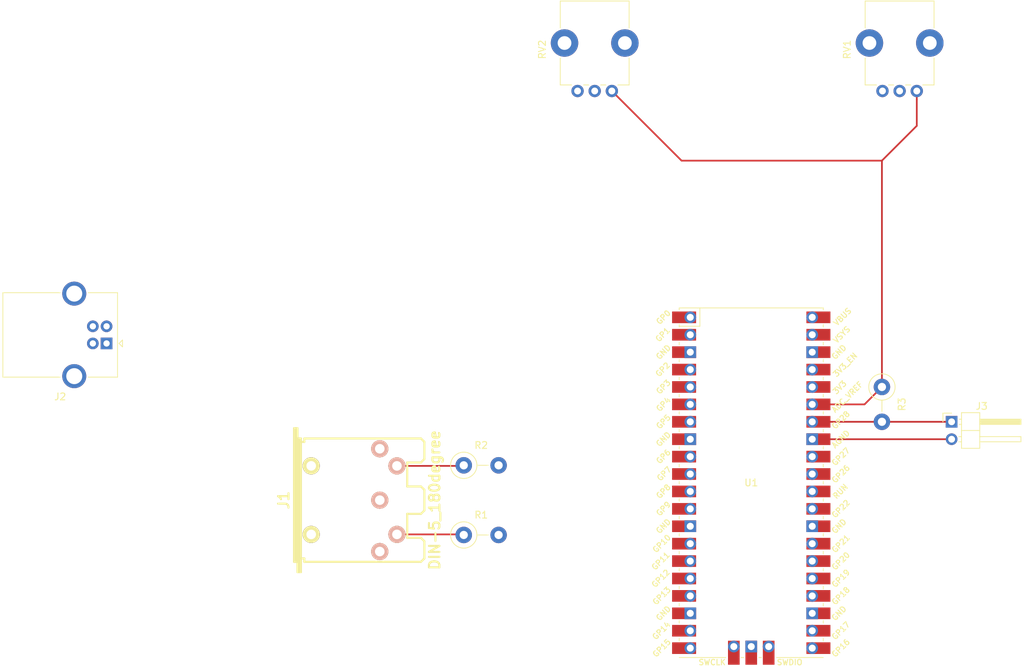
<source format=kicad_pcb>
(kicad_pcb (version 20171130) (host pcbnew 5.1.10)

  (general
    (thickness 1.6)
    (drawings 0)
    (tracks 16)
    (zones 0)
    (modules 9)
    (nets 51)
  )

  (page A4)
  (layers
    (0 F.Cu signal)
    (31 B.Cu signal)
    (32 B.Adhes user)
    (33 F.Adhes user)
    (34 B.Paste user)
    (35 F.Paste user)
    (36 B.SilkS user)
    (37 F.SilkS user)
    (38 B.Mask user)
    (39 F.Mask user)
    (40 Dwgs.User user)
    (41 Cmts.User user)
    (42 Eco1.User user)
    (43 Eco2.User user)
    (44 Edge.Cuts user)
    (45 Margin user)
    (46 B.CrtYd user)
    (47 F.CrtYd user)
    (48 B.Fab user)
    (49 F.Fab user)
  )

  (setup
    (last_trace_width 0.25)
    (trace_clearance 0.2)
    (zone_clearance 0.508)
    (zone_45_only no)
    (trace_min 0.2)
    (via_size 0.8)
    (via_drill 0.4)
    (via_min_size 0.4)
    (via_min_drill 0.3)
    (uvia_size 0.3)
    (uvia_drill 0.1)
    (uvias_allowed no)
    (uvia_min_size 0.2)
    (uvia_min_drill 0.1)
    (edge_width 0.05)
    (segment_width 0.2)
    (pcb_text_width 0.3)
    (pcb_text_size 1.5 1.5)
    (mod_edge_width 0.12)
    (mod_text_size 1 1)
    (mod_text_width 0.15)
    (pad_size 1.524 1.524)
    (pad_drill 0.762)
    (pad_to_mask_clearance 0)
    (aux_axis_origin 0 0)
    (visible_elements FFFFFF7F)
    (pcbplotparams
      (layerselection 0x010fc_ffffffff)
      (usegerberextensions false)
      (usegerberattributes true)
      (usegerberadvancedattributes true)
      (creategerberjobfile true)
      (excludeedgelayer true)
      (linewidth 0.100000)
      (plotframeref false)
      (viasonmask false)
      (mode 1)
      (useauxorigin false)
      (hpglpennumber 1)
      (hpglpenspeed 20)
      (hpglpendiameter 15.000000)
      (psnegative false)
      (psa4output false)
      (plotreference true)
      (plotvalue true)
      (plotinvisibletext false)
      (padsonsilk false)
      (subtractmaskfromsilk false)
      (outputformat 1)
      (mirror false)
      (drillshape 1)
      (scaleselection 1)
      (outputdirectory ""))
  )

  (net 0 "")
  (net 1 "Net-(J1-Pad5)")
  (net 2 "Net-(J1-Pad1)")
  (net 3 "Net-(J1-Pad2)")
  (net 4 "Net-(J1-Pad4)")
  (net 5 "Net-(J1-Pad3)")
  (net 6 "Net-(J3-Pad2)")
  (net 7 "Net-(J3-Pad1)")
  (net 8 "Net-(R1-Pad2)")
  (net 9 "Net-(R2-Pad2)")
  (net 10 "Net-(R3-Pad1)")
  (net 11 "Net-(RV1-Pad2)")
  (net 12 "Net-(RV2-Pad2)")
  (net 13 "Net-(J2-Pad5)")
  (net 14 GND)
  (net 15 "Net-(J2-Pad3)")
  (net 16 "Net-(J2-Pad2)")
  (net 17 "Net-(J2-Pad1)")
  (net 18 "Net-(U1-Pad43)")
  (net 19 "Net-(U1-Pad42)")
  (net 20 "Net-(U1-Pad41)")
  (net 21 "Net-(U1-Pad21)")
  (net 22 "Net-(U1-Pad22)")
  (net 23 "Net-(U1-Pad23)")
  (net 24 "Net-(U1-Pad24)")
  (net 25 "Net-(U1-Pad25)")
  (net 26 "Net-(U1-Pad26)")
  (net 27 "Net-(U1-Pad27)")
  (net 28 "Net-(U1-Pad28)")
  (net 29 "Net-(U1-Pad29)")
  (net 30 "Net-(U1-Pad30)")
  (net 31 "Net-(U1-Pad37)")
  (net 32 "Net-(U1-Pad39)")
  (net 33 "Net-(U1-Pad20)")
  (net 34 "Net-(U1-Pad19)")
  (net 35 "Net-(U1-Pad18)")
  (net 36 "Net-(U1-Pad17)")
  (net 37 "Net-(U1-Pad16)")
  (net 38 "Net-(U1-Pad15)")
  (net 39 "Net-(U1-Pad14)")
  (net 40 "Net-(U1-Pad13)")
  (net 41 "Net-(U1-Pad12)")
  (net 42 "Net-(U1-Pad11)")
  (net 43 "Net-(U1-Pad10)")
  (net 44 "Net-(U1-Pad9)")
  (net 45 "Net-(U1-Pad8)")
  (net 46 "Net-(U1-Pad7)")
  (net 47 "Net-(U1-Pad6)")
  (net 48 "Net-(U1-Pad5)")
  (net 49 "Net-(U1-Pad4)")
  (net 50 "Net-(U1-Pad2)")

  (net_class Default "This is the default net class."
    (clearance 0.2)
    (trace_width 0.25)
    (via_dia 0.8)
    (via_drill 0.4)
    (uvia_dia 0.3)
    (uvia_drill 0.1)
    (add_net GND)
    (add_net "Net-(J1-Pad1)")
    (add_net "Net-(J1-Pad2)")
    (add_net "Net-(J1-Pad3)")
    (add_net "Net-(J1-Pad4)")
    (add_net "Net-(J1-Pad5)")
    (add_net "Net-(J2-Pad1)")
    (add_net "Net-(J2-Pad2)")
    (add_net "Net-(J2-Pad3)")
    (add_net "Net-(J2-Pad5)")
    (add_net "Net-(J3-Pad1)")
    (add_net "Net-(J3-Pad2)")
    (add_net "Net-(R1-Pad2)")
    (add_net "Net-(R2-Pad2)")
    (add_net "Net-(R3-Pad1)")
    (add_net "Net-(RV1-Pad2)")
    (add_net "Net-(RV2-Pad2)")
    (add_net "Net-(U1-Pad10)")
    (add_net "Net-(U1-Pad11)")
    (add_net "Net-(U1-Pad12)")
    (add_net "Net-(U1-Pad13)")
    (add_net "Net-(U1-Pad14)")
    (add_net "Net-(U1-Pad15)")
    (add_net "Net-(U1-Pad16)")
    (add_net "Net-(U1-Pad17)")
    (add_net "Net-(U1-Pad18)")
    (add_net "Net-(U1-Pad19)")
    (add_net "Net-(U1-Pad2)")
    (add_net "Net-(U1-Pad20)")
    (add_net "Net-(U1-Pad21)")
    (add_net "Net-(U1-Pad22)")
    (add_net "Net-(U1-Pad23)")
    (add_net "Net-(U1-Pad24)")
    (add_net "Net-(U1-Pad25)")
    (add_net "Net-(U1-Pad26)")
    (add_net "Net-(U1-Pad27)")
    (add_net "Net-(U1-Pad28)")
    (add_net "Net-(U1-Pad29)")
    (add_net "Net-(U1-Pad30)")
    (add_net "Net-(U1-Pad37)")
    (add_net "Net-(U1-Pad39)")
    (add_net "Net-(U1-Pad4)")
    (add_net "Net-(U1-Pad41)")
    (add_net "Net-(U1-Pad42)")
    (add_net "Net-(U1-Pad43)")
    (add_net "Net-(U1-Pad5)")
    (add_net "Net-(U1-Pad6)")
    (add_net "Net-(U1-Pad7)")
    (add_net "Net-(U1-Pad8)")
    (add_net "Net-(U1-Pad9)")
  )

  (module MCU_RaspberryPi_and_Boards:RPi_Pico_SMD_TH (layer F.Cu) (tedit 5F638C80) (tstamp 611E9D1E)
    (at 137.16 76.2)
    (descr "Through hole straight pin header, 2x20, 2.54mm pitch, double rows")
    (tags "Through hole pin header THT 2x20 2.54mm double row")
    (path /611E3765)
    (fp_text reference U1 (at 0 0) (layer F.SilkS)
      (effects (font (size 1 1) (thickness 0.15)))
    )
    (fp_text value Pico (at 0 2.159) (layer F.Fab)
      (effects (font (size 1 1) (thickness 0.15)))
    )
    (fp_text user "Copper Keepouts shown on Dwgs layer" (at 0.1 -30.2) (layer Cmts.User)
      (effects (font (size 1 1) (thickness 0.15)))
    )
    (fp_text user SWDIO (at 5.6 26.2) (layer F.SilkS)
      (effects (font (size 0.8 0.8) (thickness 0.15)))
    )
    (fp_text user SWCLK (at -5.7 26.2) (layer F.SilkS)
      (effects (font (size 0.8 0.8) (thickness 0.15)))
    )
    (fp_text user AGND (at 13.054 -6.35 45) (layer F.SilkS)
      (effects (font (size 0.8 0.8) (thickness 0.15)))
    )
    (fp_text user GND (at 12.8 -19.05 45) (layer F.SilkS)
      (effects (font (size 0.8 0.8) (thickness 0.15)))
    )
    (fp_text user GND (at 12.8 6.35 45) (layer F.SilkS)
      (effects (font (size 0.8 0.8) (thickness 0.15)))
    )
    (fp_text user GND (at 12.8 19.05 45) (layer F.SilkS)
      (effects (font (size 0.8 0.8) (thickness 0.15)))
    )
    (fp_text user GND (at -12.8 19.05 45) (layer F.SilkS)
      (effects (font (size 0.8 0.8) (thickness 0.15)))
    )
    (fp_text user GND (at -12.8 6.35 45) (layer F.SilkS)
      (effects (font (size 0.8 0.8) (thickness 0.15)))
    )
    (fp_text user GND (at -12.8 -6.35 45) (layer F.SilkS)
      (effects (font (size 0.8 0.8) (thickness 0.15)))
    )
    (fp_text user GND (at -12.8 -19.05 45) (layer F.SilkS)
      (effects (font (size 0.8 0.8) (thickness 0.15)))
    )
    (fp_text user VBUS (at 13.3 -24.2 45) (layer F.SilkS)
      (effects (font (size 0.8 0.8) (thickness 0.15)))
    )
    (fp_text user VSYS (at 13.2 -21.59 45) (layer F.SilkS)
      (effects (font (size 0.8 0.8) (thickness 0.15)))
    )
    (fp_text user 3V3_EN (at 13.7 -17.2 45) (layer F.SilkS)
      (effects (font (size 0.8 0.8) (thickness 0.15)))
    )
    (fp_text user 3V3 (at 12.9 -13.9 45) (layer F.SilkS)
      (effects (font (size 0.8 0.8) (thickness 0.15)))
    )
    (fp_text user ADC_VREF (at 14 -12.5 45) (layer F.SilkS)
      (effects (font (size 0.8 0.8) (thickness 0.15)))
    )
    (fp_text user GP28 (at 13.054 -9.144 45) (layer F.SilkS)
      (effects (font (size 0.8 0.8) (thickness 0.15)))
    )
    (fp_text user GP27 (at 13.054 -3.8 45) (layer F.SilkS)
      (effects (font (size 0.8 0.8) (thickness 0.15)))
    )
    (fp_text user GP26 (at 13.054 -1.27 45) (layer F.SilkS)
      (effects (font (size 0.8 0.8) (thickness 0.15)))
    )
    (fp_text user RUN (at 13 1.27 45) (layer F.SilkS)
      (effects (font (size 0.8 0.8) (thickness 0.15)))
    )
    (fp_text user GP22 (at 13.054 3.81 45) (layer F.SilkS)
      (effects (font (size 0.8 0.8) (thickness 0.15)))
    )
    (fp_text user GP21 (at 13.054 8.9 45) (layer F.SilkS)
      (effects (font (size 0.8 0.8) (thickness 0.15)))
    )
    (fp_text user GP20 (at 13.054 11.43 45) (layer F.SilkS)
      (effects (font (size 0.8 0.8) (thickness 0.15)))
    )
    (fp_text user GP19 (at 13.054 13.97 45) (layer F.SilkS)
      (effects (font (size 0.8 0.8) (thickness 0.15)))
    )
    (fp_text user GP18 (at 13.054 16.51 45) (layer F.SilkS)
      (effects (font (size 0.8 0.8) (thickness 0.15)))
    )
    (fp_text user GP17 (at 13.054 21.59 45) (layer F.SilkS)
      (effects (font (size 0.8 0.8) (thickness 0.15)))
    )
    (fp_text user GP16 (at 13.054 24.13 45) (layer F.SilkS)
      (effects (font (size 0.8 0.8) (thickness 0.15)))
    )
    (fp_text user GP15 (at -13.054 24.13 45) (layer F.SilkS)
      (effects (font (size 0.8 0.8) (thickness 0.15)))
    )
    (fp_text user GP14 (at -13.1 21.59 45) (layer F.SilkS)
      (effects (font (size 0.8 0.8) (thickness 0.15)))
    )
    (fp_text user GP13 (at -13.054 16.51 45) (layer F.SilkS)
      (effects (font (size 0.8 0.8) (thickness 0.15)))
    )
    (fp_text user GP12 (at -13.2 13.97 45) (layer F.SilkS)
      (effects (font (size 0.8 0.8) (thickness 0.15)))
    )
    (fp_text user GP11 (at -13.2 11.43 45) (layer F.SilkS)
      (effects (font (size 0.8 0.8) (thickness 0.15)))
    )
    (fp_text user GP10 (at -13.054 8.89 45) (layer F.SilkS)
      (effects (font (size 0.8 0.8) (thickness 0.15)))
    )
    (fp_text user GP9 (at -12.8 3.81 45) (layer F.SilkS)
      (effects (font (size 0.8 0.8) (thickness 0.15)))
    )
    (fp_text user GP8 (at -12.8 1.27 45) (layer F.SilkS)
      (effects (font (size 0.8 0.8) (thickness 0.15)))
    )
    (fp_text user GP7 (at -12.7 -1.3 45) (layer F.SilkS)
      (effects (font (size 0.8 0.8) (thickness 0.15)))
    )
    (fp_text user GP6 (at -12.8 -3.81 45) (layer F.SilkS)
      (effects (font (size 0.8 0.8) (thickness 0.15)))
    )
    (fp_text user GP5 (at -12.8 -8.89 45) (layer F.SilkS)
      (effects (font (size 0.8 0.8) (thickness 0.15)))
    )
    (fp_text user GP4 (at -12.8 -11.43 45) (layer F.SilkS)
      (effects (font (size 0.8 0.8) (thickness 0.15)))
    )
    (fp_text user GP3 (at -12.8 -13.97 45) (layer F.SilkS)
      (effects (font (size 0.8 0.8) (thickness 0.15)))
    )
    (fp_text user GP0 (at -12.8 -24.13 45) (layer F.SilkS)
      (effects (font (size 0.8 0.8) (thickness 0.15)))
    )
    (fp_text user GP2 (at -12.9 -16.51 45) (layer F.SilkS)
      (effects (font (size 0.8 0.8) (thickness 0.15)))
    )
    (fp_text user GP1 (at -12.9 -21.6 45) (layer F.SilkS)
      (effects (font (size 0.8 0.8) (thickness 0.15)))
    )
    (fp_text user %R (at 0 0 180) (layer F.Fab)
      (effects (font (size 1 1) (thickness 0.15)))
    )
    (fp_line (start 1.1 25.5) (end 1.5 25.5) (layer F.SilkS) (width 0.12))
    (fp_line (start -1.5 25.5) (end -1.1 25.5) (layer F.SilkS) (width 0.12))
    (fp_line (start 10.5 25.5) (end 3.7 25.5) (layer F.SilkS) (width 0.12))
    (fp_line (start 10.5 15.1) (end 10.5 15.5) (layer F.SilkS) (width 0.12))
    (fp_line (start 10.5 7.4) (end 10.5 7.8) (layer F.SilkS) (width 0.12))
    (fp_line (start 10.5 -18) (end 10.5 -17.6) (layer F.SilkS) (width 0.12))
    (fp_line (start 10.5 -25.5) (end 10.5 -25.2) (layer F.SilkS) (width 0.12))
    (fp_line (start 10.5 -2.7) (end 10.5 -2.3) (layer F.SilkS) (width 0.12))
    (fp_line (start 10.5 12.5) (end 10.5 12.9) (layer F.SilkS) (width 0.12))
    (fp_line (start 10.5 -7.8) (end 10.5 -7.4) (layer F.SilkS) (width 0.12))
    (fp_line (start 10.5 -12.9) (end 10.5 -12.5) (layer F.SilkS) (width 0.12))
    (fp_line (start 10.5 -0.2) (end 10.5 0.2) (layer F.SilkS) (width 0.12))
    (fp_line (start 10.5 4.9) (end 10.5 5.3) (layer F.SilkS) (width 0.12))
    (fp_line (start 10.5 20.1) (end 10.5 20.5) (layer F.SilkS) (width 0.12))
    (fp_line (start 10.5 22.7) (end 10.5 23.1) (layer F.SilkS) (width 0.12))
    (fp_line (start 10.5 17.6) (end 10.5 18) (layer F.SilkS) (width 0.12))
    (fp_line (start 10.5 -15.4) (end 10.5 -15) (layer F.SilkS) (width 0.12))
    (fp_line (start 10.5 -23.1) (end 10.5 -22.7) (layer F.SilkS) (width 0.12))
    (fp_line (start 10.5 -20.5) (end 10.5 -20.1) (layer F.SilkS) (width 0.12))
    (fp_line (start 10.5 10) (end 10.5 10.4) (layer F.SilkS) (width 0.12))
    (fp_line (start 10.5 2.3) (end 10.5 2.7) (layer F.SilkS) (width 0.12))
    (fp_line (start 10.5 -5.3) (end 10.5 -4.9) (layer F.SilkS) (width 0.12))
    (fp_line (start 10.5 -10.4) (end 10.5 -10) (layer F.SilkS) (width 0.12))
    (fp_line (start -10.5 22.7) (end -10.5 23.1) (layer F.SilkS) (width 0.12))
    (fp_line (start -10.5 20.1) (end -10.5 20.5) (layer F.SilkS) (width 0.12))
    (fp_line (start -10.5 17.6) (end -10.5 18) (layer F.SilkS) (width 0.12))
    (fp_line (start -10.5 15.1) (end -10.5 15.5) (layer F.SilkS) (width 0.12))
    (fp_line (start -10.5 12.5) (end -10.5 12.9) (layer F.SilkS) (width 0.12))
    (fp_line (start -10.5 10) (end -10.5 10.4) (layer F.SilkS) (width 0.12))
    (fp_line (start -10.5 7.4) (end -10.5 7.8) (layer F.SilkS) (width 0.12))
    (fp_line (start -10.5 4.9) (end -10.5 5.3) (layer F.SilkS) (width 0.12))
    (fp_line (start -10.5 2.3) (end -10.5 2.7) (layer F.SilkS) (width 0.12))
    (fp_line (start -10.5 -0.2) (end -10.5 0.2) (layer F.SilkS) (width 0.12))
    (fp_line (start -10.5 -2.7) (end -10.5 -2.3) (layer F.SilkS) (width 0.12))
    (fp_line (start -10.5 -5.3) (end -10.5 -4.9) (layer F.SilkS) (width 0.12))
    (fp_line (start -10.5 -7.8) (end -10.5 -7.4) (layer F.SilkS) (width 0.12))
    (fp_line (start -10.5 -10.4) (end -10.5 -10) (layer F.SilkS) (width 0.12))
    (fp_line (start -10.5 -12.9) (end -10.5 -12.5) (layer F.SilkS) (width 0.12))
    (fp_line (start -10.5 -15.4) (end -10.5 -15) (layer F.SilkS) (width 0.12))
    (fp_line (start -10.5 -18) (end -10.5 -17.6) (layer F.SilkS) (width 0.12))
    (fp_line (start -10.5 -20.5) (end -10.5 -20.1) (layer F.SilkS) (width 0.12))
    (fp_line (start -10.5 -23.1) (end -10.5 -22.7) (layer F.SilkS) (width 0.12))
    (fp_line (start -10.5 -25.5) (end -10.5 -25.2) (layer F.SilkS) (width 0.12))
    (fp_line (start -7.493 -22.833) (end -7.493 -25.5) (layer F.SilkS) (width 0.12))
    (fp_line (start -10.5 -22.833) (end -7.493 -22.833) (layer F.SilkS) (width 0.12))
    (fp_line (start -3.7 25.5) (end -10.5 25.5) (layer F.SilkS) (width 0.12))
    (fp_line (start -10.5 -25.5) (end 10.5 -25.5) (layer F.SilkS) (width 0.12))
    (fp_line (start -11 26) (end -11 -26) (layer F.CrtYd) (width 0.12))
    (fp_line (start 11 26) (end -11 26) (layer F.CrtYd) (width 0.12))
    (fp_line (start 11 -26) (end 11 26) (layer F.CrtYd) (width 0.12))
    (fp_line (start -11 -26) (end 11 -26) (layer F.CrtYd) (width 0.12))
    (fp_line (start -10.5 -24.2) (end -9.2 -25.5) (layer F.Fab) (width 0.12))
    (fp_line (start -10.5 25.5) (end -10.5 -25.5) (layer F.Fab) (width 0.12))
    (fp_line (start 10.5 25.5) (end -10.5 25.5) (layer F.Fab) (width 0.12))
    (fp_line (start 10.5 -25.5) (end 10.5 25.5) (layer F.Fab) (width 0.12))
    (fp_line (start -10.5 -25.5) (end 10.5 -25.5) (layer F.Fab) (width 0.12))
    (fp_poly (pts (xy -1.5 -16.5) (xy -3.5 -16.5) (xy -3.5 -18.5) (xy -1.5 -18.5)) (layer Dwgs.User) (width 0.1))
    (fp_poly (pts (xy -1.5 -14) (xy -3.5 -14) (xy -3.5 -16) (xy -1.5 -16)) (layer Dwgs.User) (width 0.1))
    (fp_poly (pts (xy -1.5 -11.5) (xy -3.5 -11.5) (xy -3.5 -13.5) (xy -1.5 -13.5)) (layer Dwgs.User) (width 0.1))
    (fp_poly (pts (xy 3.7 -20.2) (xy -3.7 -20.2) (xy -3.7 -24.9) (xy 3.7 -24.9)) (layer Dwgs.User) (width 0.1))
    (pad 43 thru_hole oval (at 2.54 23.9) (size 1.7 1.7) (drill 1.02) (layers *.Cu *.Mask)
      (net 18 "Net-(U1-Pad43)"))
    (pad 43 smd rect (at 2.54 23.9 90) (size 3.5 1.7) (drill (offset -0.9 0)) (layers F.Cu F.Mask)
      (net 18 "Net-(U1-Pad43)"))
    (pad 42 thru_hole rect (at 0 23.9) (size 1.7 1.7) (drill 1.02) (layers *.Cu *.Mask)
      (net 19 "Net-(U1-Pad42)"))
    (pad 42 smd rect (at 0 23.9 90) (size 3.5 1.7) (drill (offset -0.9 0)) (layers F.Cu F.Mask)
      (net 19 "Net-(U1-Pad42)"))
    (pad 41 thru_hole oval (at -2.54 23.9) (size 1.7 1.7) (drill 1.02) (layers *.Cu *.Mask)
      (net 20 "Net-(U1-Pad41)"))
    (pad 41 smd rect (at -2.54 23.9 90) (size 3.5 1.7) (drill (offset -0.9 0)) (layers F.Cu F.Mask)
      (net 20 "Net-(U1-Pad41)"))
    (pad "" np_thru_hole oval (at 2.425 -20.97) (size 1.5 1.5) (drill 1.5) (layers *.Cu *.Mask))
    (pad "" np_thru_hole oval (at -2.425 -20.97) (size 1.5 1.5) (drill 1.5) (layers *.Cu *.Mask))
    (pad "" np_thru_hole oval (at 2.725 -24) (size 1.8 1.8) (drill 1.8) (layers *.Cu *.Mask))
    (pad "" np_thru_hole oval (at -2.725 -24) (size 1.8 1.8) (drill 1.8) (layers *.Cu *.Mask))
    (pad 21 smd rect (at 8.89 24.13) (size 3.5 1.7) (drill (offset 0.9 0)) (layers F.Cu F.Mask)
      (net 21 "Net-(U1-Pad21)"))
    (pad 22 smd rect (at 8.89 21.59) (size 3.5 1.7) (drill (offset 0.9 0)) (layers F.Cu F.Mask)
      (net 22 "Net-(U1-Pad22)"))
    (pad 23 smd rect (at 8.89 19.05) (size 3.5 1.7) (drill (offset 0.9 0)) (layers F.Cu F.Mask)
      (net 23 "Net-(U1-Pad23)"))
    (pad 24 smd rect (at 8.89 16.51) (size 3.5 1.7) (drill (offset 0.9 0)) (layers F.Cu F.Mask)
      (net 24 "Net-(U1-Pad24)"))
    (pad 25 smd rect (at 8.89 13.97) (size 3.5 1.7) (drill (offset 0.9 0)) (layers F.Cu F.Mask)
      (net 25 "Net-(U1-Pad25)"))
    (pad 26 smd rect (at 8.89 11.43) (size 3.5 1.7) (drill (offset 0.9 0)) (layers F.Cu F.Mask)
      (net 26 "Net-(U1-Pad26)"))
    (pad 27 smd rect (at 8.89 8.89) (size 3.5 1.7) (drill (offset 0.9 0)) (layers F.Cu F.Mask)
      (net 27 "Net-(U1-Pad27)"))
    (pad 28 smd rect (at 8.89 6.35) (size 3.5 1.7) (drill (offset 0.9 0)) (layers F.Cu F.Mask)
      (net 28 "Net-(U1-Pad28)"))
    (pad 29 smd rect (at 8.89 3.81) (size 3.5 1.7) (drill (offset 0.9 0)) (layers F.Cu F.Mask)
      (net 29 "Net-(U1-Pad29)"))
    (pad 30 smd rect (at 8.89 1.27) (size 3.5 1.7) (drill (offset 0.9 0)) (layers F.Cu F.Mask)
      (net 30 "Net-(U1-Pad30)"))
    (pad 31 smd rect (at 8.89 -1.27) (size 3.5 1.7) (drill (offset 0.9 0)) (layers F.Cu F.Mask)
      (net 12 "Net-(RV2-Pad2)"))
    (pad 32 smd rect (at 8.89 -3.81) (size 3.5 1.7) (drill (offset 0.9 0)) (layers F.Cu F.Mask)
      (net 11 "Net-(RV1-Pad2)"))
    (pad 33 smd rect (at 8.89 -6.35) (size 3.5 1.7) (drill (offset 0.9 0)) (layers F.Cu F.Mask)
      (net 6 "Net-(J3-Pad2)"))
    (pad 34 smd rect (at 8.89 -8.89) (size 3.5 1.7) (drill (offset 0.9 0)) (layers F.Cu F.Mask)
      (net 7 "Net-(J3-Pad1)"))
    (pad 35 smd rect (at 8.89 -11.43) (size 3.5 1.7) (drill (offset 0.9 0)) (layers F.Cu F.Mask)
      (net 10 "Net-(R3-Pad1)"))
    (pad 36 smd rect (at 8.89 -13.97) (size 3.5 1.7) (drill (offset 0.9 0)) (layers F.Cu F.Mask)
      (net 8 "Net-(R1-Pad2)"))
    (pad 37 smd rect (at 8.89 -16.51) (size 3.5 1.7) (drill (offset 0.9 0)) (layers F.Cu F.Mask)
      (net 31 "Net-(U1-Pad37)"))
    (pad 38 smd rect (at 8.89 -19.05) (size 3.5 1.7) (drill (offset 0.9 0)) (layers F.Cu F.Mask)
      (net 14 GND))
    (pad 39 smd rect (at 8.89 -21.59) (size 3.5 1.7) (drill (offset 0.9 0)) (layers F.Cu F.Mask)
      (net 32 "Net-(U1-Pad39)"))
    (pad 40 smd rect (at 8.89 -24.13) (size 3.5 1.7) (drill (offset 0.9 0)) (layers F.Cu F.Mask)
      (net 17 "Net-(J2-Pad1)"))
    (pad 20 smd rect (at -8.89 24.13) (size 3.5 1.7) (drill (offset -0.9 0)) (layers F.Cu F.Mask)
      (net 33 "Net-(U1-Pad20)"))
    (pad 19 smd rect (at -8.89 21.59) (size 3.5 1.7) (drill (offset -0.9 0)) (layers F.Cu F.Mask)
      (net 34 "Net-(U1-Pad19)"))
    (pad 18 smd rect (at -8.89 19.05) (size 3.5 1.7) (drill (offset -0.9 0)) (layers F.Cu F.Mask)
      (net 35 "Net-(U1-Pad18)"))
    (pad 17 smd rect (at -8.89 16.51) (size 3.5 1.7) (drill (offset -0.9 0)) (layers F.Cu F.Mask)
      (net 36 "Net-(U1-Pad17)"))
    (pad 16 smd rect (at -8.89 13.97) (size 3.5 1.7) (drill (offset -0.9 0)) (layers F.Cu F.Mask)
      (net 37 "Net-(U1-Pad16)"))
    (pad 15 smd rect (at -8.89 11.43) (size 3.5 1.7) (drill (offset -0.9 0)) (layers F.Cu F.Mask)
      (net 38 "Net-(U1-Pad15)"))
    (pad 14 smd rect (at -8.89 8.89) (size 3.5 1.7) (drill (offset -0.9 0)) (layers F.Cu F.Mask)
      (net 39 "Net-(U1-Pad14)"))
    (pad 13 smd rect (at -8.89 6.35) (size 3.5 1.7) (drill (offset -0.9 0)) (layers F.Cu F.Mask)
      (net 40 "Net-(U1-Pad13)"))
    (pad 12 smd rect (at -8.89 3.81) (size 3.5 1.7) (drill (offset -0.9 0)) (layers F.Cu F.Mask)
      (net 41 "Net-(U1-Pad12)"))
    (pad 11 smd rect (at -8.89 1.27) (size 3.5 1.7) (drill (offset -0.9 0)) (layers F.Cu F.Mask)
      (net 42 "Net-(U1-Pad11)"))
    (pad 10 smd rect (at -8.89 -1.27) (size 3.5 1.7) (drill (offset -0.9 0)) (layers F.Cu F.Mask)
      (net 43 "Net-(U1-Pad10)"))
    (pad 9 smd rect (at -8.89 -3.81) (size 3.5 1.7) (drill (offset -0.9 0)) (layers F.Cu F.Mask)
      (net 44 "Net-(U1-Pad9)"))
    (pad 8 smd rect (at -8.89 -6.35) (size 3.5 1.7) (drill (offset -0.9 0)) (layers F.Cu F.Mask)
      (net 45 "Net-(U1-Pad8)"))
    (pad 7 smd rect (at -8.89 -8.89) (size 3.5 1.7) (drill (offset -0.9 0)) (layers F.Cu F.Mask)
      (net 46 "Net-(U1-Pad7)"))
    (pad 6 smd rect (at -8.89 -11.43) (size 3.5 1.7) (drill (offset -0.9 0)) (layers F.Cu F.Mask)
      (net 47 "Net-(U1-Pad6)"))
    (pad 5 smd rect (at -8.89 -13.97) (size 3.5 1.7) (drill (offset -0.9 0)) (layers F.Cu F.Mask)
      (net 48 "Net-(U1-Pad5)"))
    (pad 4 smd rect (at -8.89 -16.51) (size 3.5 1.7) (drill (offset -0.9 0)) (layers F.Cu F.Mask)
      (net 49 "Net-(U1-Pad4)"))
    (pad 3 smd rect (at -8.89 -19.05) (size 3.5 1.7) (drill (offset -0.9 0)) (layers F.Cu F.Mask)
      (net 3 "Net-(J1-Pad2)"))
    (pad 2 smd rect (at -8.89 -21.59) (size 3.5 1.7) (drill (offset -0.9 0)) (layers F.Cu F.Mask)
      (net 50 "Net-(U1-Pad2)"))
    (pad 1 smd rect (at -8.89 -24.13) (size 3.5 1.7) (drill (offset -0.9 0)) (layers F.Cu F.Mask)
      (net 9 "Net-(R2-Pad2)"))
    (pad 40 thru_hole oval (at 8.89 -24.13) (size 1.7 1.7) (drill 1.02) (layers *.Cu *.Mask)
      (net 17 "Net-(J2-Pad1)"))
    (pad 39 thru_hole oval (at 8.89 -21.59) (size 1.7 1.7) (drill 1.02) (layers *.Cu *.Mask)
      (net 32 "Net-(U1-Pad39)"))
    (pad 38 thru_hole rect (at 8.89 -19.05) (size 1.7 1.7) (drill 1.02) (layers *.Cu *.Mask)
      (net 14 GND))
    (pad 37 thru_hole oval (at 8.89 -16.51) (size 1.7 1.7) (drill 1.02) (layers *.Cu *.Mask)
      (net 31 "Net-(U1-Pad37)"))
    (pad 36 thru_hole oval (at 8.89 -13.97) (size 1.7 1.7) (drill 1.02) (layers *.Cu *.Mask)
      (net 8 "Net-(R1-Pad2)"))
    (pad 35 thru_hole oval (at 8.89 -11.43) (size 1.7 1.7) (drill 1.02) (layers *.Cu *.Mask)
      (net 10 "Net-(R3-Pad1)"))
    (pad 34 thru_hole oval (at 8.89 -8.89) (size 1.7 1.7) (drill 1.02) (layers *.Cu *.Mask)
      (net 7 "Net-(J3-Pad1)"))
    (pad 33 thru_hole rect (at 8.89 -6.35) (size 1.7 1.7) (drill 1.02) (layers *.Cu *.Mask)
      (net 6 "Net-(J3-Pad2)"))
    (pad 32 thru_hole oval (at 8.89 -3.81) (size 1.7 1.7) (drill 1.02) (layers *.Cu *.Mask)
      (net 11 "Net-(RV1-Pad2)"))
    (pad 31 thru_hole oval (at 8.89 -1.27) (size 1.7 1.7) (drill 1.02) (layers *.Cu *.Mask)
      (net 12 "Net-(RV2-Pad2)"))
    (pad 30 thru_hole oval (at 8.89 1.27) (size 1.7 1.7) (drill 1.02) (layers *.Cu *.Mask)
      (net 30 "Net-(U1-Pad30)"))
    (pad 29 thru_hole oval (at 8.89 3.81) (size 1.7 1.7) (drill 1.02) (layers *.Cu *.Mask)
      (net 29 "Net-(U1-Pad29)"))
    (pad 28 thru_hole rect (at 8.89 6.35) (size 1.7 1.7) (drill 1.02) (layers *.Cu *.Mask)
      (net 28 "Net-(U1-Pad28)"))
    (pad 27 thru_hole oval (at 8.89 8.89) (size 1.7 1.7) (drill 1.02) (layers *.Cu *.Mask)
      (net 27 "Net-(U1-Pad27)"))
    (pad 26 thru_hole oval (at 8.89 11.43) (size 1.7 1.7) (drill 1.02) (layers *.Cu *.Mask)
      (net 26 "Net-(U1-Pad26)"))
    (pad 25 thru_hole oval (at 8.89 13.97) (size 1.7 1.7) (drill 1.02) (layers *.Cu *.Mask)
      (net 25 "Net-(U1-Pad25)"))
    (pad 24 thru_hole oval (at 8.89 16.51) (size 1.7 1.7) (drill 1.02) (layers *.Cu *.Mask)
      (net 24 "Net-(U1-Pad24)"))
    (pad 23 thru_hole rect (at 8.89 19.05) (size 1.7 1.7) (drill 1.02) (layers *.Cu *.Mask)
      (net 23 "Net-(U1-Pad23)"))
    (pad 22 thru_hole oval (at 8.89 21.59) (size 1.7 1.7) (drill 1.02) (layers *.Cu *.Mask)
      (net 22 "Net-(U1-Pad22)"))
    (pad 21 thru_hole oval (at 8.89 24.13) (size 1.7 1.7) (drill 1.02) (layers *.Cu *.Mask)
      (net 21 "Net-(U1-Pad21)"))
    (pad 20 thru_hole oval (at -8.89 24.13) (size 1.7 1.7) (drill 1.02) (layers *.Cu *.Mask)
      (net 33 "Net-(U1-Pad20)"))
    (pad 19 thru_hole oval (at -8.89 21.59) (size 1.7 1.7) (drill 1.02) (layers *.Cu *.Mask)
      (net 34 "Net-(U1-Pad19)"))
    (pad 18 thru_hole rect (at -8.89 19.05) (size 1.7 1.7) (drill 1.02) (layers *.Cu *.Mask)
      (net 35 "Net-(U1-Pad18)"))
    (pad 17 thru_hole oval (at -8.89 16.51) (size 1.7 1.7) (drill 1.02) (layers *.Cu *.Mask)
      (net 36 "Net-(U1-Pad17)"))
    (pad 16 thru_hole oval (at -8.89 13.97) (size 1.7 1.7) (drill 1.02) (layers *.Cu *.Mask)
      (net 37 "Net-(U1-Pad16)"))
    (pad 15 thru_hole oval (at -8.89 11.43) (size 1.7 1.7) (drill 1.02) (layers *.Cu *.Mask)
      (net 38 "Net-(U1-Pad15)"))
    (pad 14 thru_hole oval (at -8.89 8.89) (size 1.7 1.7) (drill 1.02) (layers *.Cu *.Mask)
      (net 39 "Net-(U1-Pad14)"))
    (pad 13 thru_hole rect (at -8.89 6.35) (size 1.7 1.7) (drill 1.02) (layers *.Cu *.Mask)
      (net 40 "Net-(U1-Pad13)"))
    (pad 12 thru_hole oval (at -8.89 3.81) (size 1.7 1.7) (drill 1.02) (layers *.Cu *.Mask)
      (net 41 "Net-(U1-Pad12)"))
    (pad 11 thru_hole oval (at -8.89 1.27) (size 1.7 1.7) (drill 1.02) (layers *.Cu *.Mask)
      (net 42 "Net-(U1-Pad11)"))
    (pad 10 thru_hole oval (at -8.89 -1.27) (size 1.7 1.7) (drill 1.02) (layers *.Cu *.Mask)
      (net 43 "Net-(U1-Pad10)"))
    (pad 9 thru_hole oval (at -8.89 -3.81) (size 1.7 1.7) (drill 1.02) (layers *.Cu *.Mask)
      (net 44 "Net-(U1-Pad9)"))
    (pad 8 thru_hole rect (at -8.89 -6.35) (size 1.7 1.7) (drill 1.02) (layers *.Cu *.Mask)
      (net 45 "Net-(U1-Pad8)"))
    (pad 7 thru_hole oval (at -8.89 -8.89) (size 1.7 1.7) (drill 1.02) (layers *.Cu *.Mask)
      (net 46 "Net-(U1-Pad7)"))
    (pad 6 thru_hole oval (at -8.89 -11.43) (size 1.7 1.7) (drill 1.02) (layers *.Cu *.Mask)
      (net 47 "Net-(U1-Pad6)"))
    (pad 5 thru_hole oval (at -8.89 -13.97) (size 1.7 1.7) (drill 1.02) (layers *.Cu *.Mask)
      (net 48 "Net-(U1-Pad5)"))
    (pad 4 thru_hole oval (at -8.89 -16.51) (size 1.7 1.7) (drill 1.02) (layers *.Cu *.Mask)
      (net 49 "Net-(U1-Pad4)"))
    (pad 3 thru_hole rect (at -8.89 -19.05) (size 1.7 1.7) (drill 1.02) (layers *.Cu *.Mask)
      (net 3 "Net-(J1-Pad2)"))
    (pad 2 thru_hole oval (at -8.89 -21.59) (size 1.7 1.7) (drill 1.02) (layers *.Cu *.Mask)
      (net 50 "Net-(U1-Pad2)"))
    (pad 1 thru_hole oval (at -8.89 -24.13) (size 1.7 1.7) (drill 1.02) (layers *.Cu *.Mask)
      (net 9 "Net-(R2-Pad2)"))
  )

  (module Connector_USB:USB_B_OST_USB-B1HSxx_Horizontal (layer F.Cu) (tedit 5AFE01FF) (tstamp 611E8977)
    (at 43.18 55.88 180)
    (descr "USB B receptacle, Horizontal, through-hole, http://www.on-shore.com/wp-content/uploads/2015/09/usb-b1hsxx.pdf")
    (tags "USB-B receptacle horizontal through-hole")
    (path /611E5934)
    (fp_text reference J2 (at 6.76 -7.77) (layer F.SilkS)
      (effects (font (size 1 1) (thickness 0.15)))
    )
    (fp_text value USB_B (at 6.76 10.27) (layer F.Fab)
      (effects (font (size 1 1) (thickness 0.15)))
    )
    (fp_text user %R (at 6.76 1.25) (layer F.Fab)
      (effects (font (size 1 1) (thickness 0.15)))
    )
    (fp_line (start -0.49 -4.8) (end 15.01 -4.8) (layer F.Fab) (width 0.1))
    (fp_line (start 15.01 -4.8) (end 15.01 7.3) (layer F.Fab) (width 0.1))
    (fp_line (start 15.01 7.3) (end -1.49 7.3) (layer F.Fab) (width 0.1))
    (fp_line (start -1.49 7.3) (end -1.49 -3.8) (layer F.Fab) (width 0.1))
    (fp_line (start -1.49 -3.8) (end -0.49 -4.8) (layer F.Fab) (width 0.1))
    (fp_line (start 2.66 -4.91) (end -1.6 -4.91) (layer F.SilkS) (width 0.12))
    (fp_line (start -1.6 -4.91) (end -1.6 7.41) (layer F.SilkS) (width 0.12))
    (fp_line (start -1.6 7.41) (end 2.66 7.41) (layer F.SilkS) (width 0.12))
    (fp_line (start 6.76 -4.91) (end 15.12 -4.91) (layer F.SilkS) (width 0.12))
    (fp_line (start 15.12 -4.91) (end 15.12 7.41) (layer F.SilkS) (width 0.12))
    (fp_line (start 15.12 7.41) (end 6.76 7.41) (layer F.SilkS) (width 0.12))
    (fp_line (start -1.82 0) (end -2.32 -0.5) (layer F.SilkS) (width 0.12))
    (fp_line (start -2.32 -0.5) (end -2.32 0.5) (layer F.SilkS) (width 0.12))
    (fp_line (start -2.32 0.5) (end -1.82 0) (layer F.SilkS) (width 0.12))
    (fp_line (start -1.99 -7.02) (end -1.99 9.52) (layer F.CrtYd) (width 0.05))
    (fp_line (start -1.99 9.52) (end 15.51 9.52) (layer F.CrtYd) (width 0.05))
    (fp_line (start 15.51 9.52) (end 15.51 -7.02) (layer F.CrtYd) (width 0.05))
    (fp_line (start 15.51 -7.02) (end -1.99 -7.02) (layer F.CrtYd) (width 0.05))
    (pad 5 thru_hole circle (at 4.71 7.27 180) (size 3.5 3.5) (drill 2.33) (layers *.Cu *.Mask)
      (net 13 "Net-(J2-Pad5)"))
    (pad 5 thru_hole circle (at 4.71 -4.77 180) (size 3.5 3.5) (drill 2.33) (layers *.Cu *.Mask)
      (net 13 "Net-(J2-Pad5)"))
    (pad 4 thru_hole circle (at 2 0 180) (size 1.7 1.7) (drill 0.92) (layers *.Cu *.Mask)
      (net 14 GND))
    (pad 3 thru_hole circle (at 2 2.5 180) (size 1.7 1.7) (drill 0.92) (layers *.Cu *.Mask)
      (net 15 "Net-(J2-Pad3)"))
    (pad 2 thru_hole circle (at 0 2.5 180) (size 1.7 1.7) (drill 0.92) (layers *.Cu *.Mask)
      (net 16 "Net-(J2-Pad2)"))
    (pad 1 thru_hole rect (at 0 0 180) (size 1.7 1.7) (drill 0.92) (layers *.Cu *.Mask)
      (net 17 "Net-(J2-Pad1)"))
    (model ${KISYS3DMOD}/Connector_USB.3dshapes/USB_B_OST_USB-B1HSxx_Horizontal.wrl
      (at (xyz 0 0 0))
      (scale (xyz 1 1 1))
      (rotate (xyz 0 0 0))
    )
  )

  (module Potentiometer_THT:Potentiometer_Alps_RK09K_Single_Vertical (layer F.Cu) (tedit 5A3D4993) (tstamp 611E8BF8)
    (at 116.84 19.05 90)
    (descr "Potentiometer, vertical, Alps RK09K Single, http://www.alps.com/prod/info/E/HTML/Potentiometer/RotaryPotentiometers/RK09K/RK09K_list.html")
    (tags "Potentiometer vertical Alps RK09K Single")
    (path /611E9E4C)
    (fp_text reference RV2 (at 6.05 -10.15 90) (layer F.SilkS)
      (effects (font (size 1 1) (thickness 0.15)))
    )
    (fp_text value R_POT (at 6.05 5.15 90) (layer F.Fab)
      (effects (font (size 1 1) (thickness 0.15)))
    )
    (fp_text user %R (at 2 -2.5) (layer F.Fab)
      (effects (font (size 1 1) (thickness 0.15)))
    )
    (fp_circle (center 7.5 -2.5) (end 10.5 -2.5) (layer F.Fab) (width 0.1))
    (fp_line (start 1 -7.4) (end 1 2.4) (layer F.Fab) (width 0.1))
    (fp_line (start 1 2.4) (end 13 2.4) (layer F.Fab) (width 0.1))
    (fp_line (start 13 2.4) (end 13 -7.4) (layer F.Fab) (width 0.1))
    (fp_line (start 13 -7.4) (end 1 -7.4) (layer F.Fab) (width 0.1))
    (fp_line (start 0.88 -7.521) (end 4.817 -7.521) (layer F.SilkS) (width 0.12))
    (fp_line (start 9.184 -7.521) (end 13.12 -7.521) (layer F.SilkS) (width 0.12))
    (fp_line (start 0.88 2.52) (end 4.817 2.52) (layer F.SilkS) (width 0.12))
    (fp_line (start 9.184 2.52) (end 13.12 2.52) (layer F.SilkS) (width 0.12))
    (fp_line (start 0.88 -7.521) (end 0.88 -5.871) (layer F.SilkS) (width 0.12))
    (fp_line (start 0.88 -4.129) (end 0.88 -3.37) (layer F.SilkS) (width 0.12))
    (fp_line (start 0.88 -1.629) (end 0.88 -0.87) (layer F.SilkS) (width 0.12))
    (fp_line (start 0.88 0.87) (end 0.88 2.52) (layer F.SilkS) (width 0.12))
    (fp_line (start 13.12 -7.521) (end 13.12 2.52) (layer F.SilkS) (width 0.12))
    (fp_line (start -1.15 -9.15) (end -1.15 4.15) (layer F.CrtYd) (width 0.05))
    (fp_line (start -1.15 4.15) (end 13.25 4.15) (layer F.CrtYd) (width 0.05))
    (fp_line (start 13.25 4.15) (end 13.25 -9.15) (layer F.CrtYd) (width 0.05))
    (fp_line (start 13.25 -9.15) (end -1.15 -9.15) (layer F.CrtYd) (width 0.05))
    (pad "" np_thru_hole circle (at 7 1.9 90) (size 4 4) (drill 2) (layers *.Cu *.Mask))
    (pad "" np_thru_hole circle (at 7 -6.9 90) (size 4 4) (drill 2) (layers *.Cu *.Mask))
    (pad 1 thru_hole circle (at 0 0 90) (size 1.8 1.8) (drill 1) (layers *.Cu *.Mask)
      (net 10 "Net-(R3-Pad1)"))
    (pad 2 thru_hole circle (at 0 -2.5 90) (size 1.8 1.8) (drill 1) (layers *.Cu *.Mask)
      (net 12 "Net-(RV2-Pad2)"))
    (pad 3 thru_hole circle (at 0 -5 90) (size 1.8 1.8) (drill 1) (layers *.Cu *.Mask)
      (net 6 "Net-(J3-Pad2)"))
    (model ${KISYS3DMOD}/Potentiometer_THT.3dshapes/Potentiometer_Alps_RK09K_Single_Vertical.wrl
      (at (xyz 0 0 0))
      (scale (xyz 1 1 1))
      (rotate (xyz 0 0 0))
    )
  )

  (module Potentiometer_THT:Potentiometer_Alps_RK09K_Single_Vertical (layer F.Cu) (tedit 5A3D4993) (tstamp 611E8C49)
    (at 161.29 19.05 90)
    (descr "Potentiometer, vertical, Alps RK09K Single, http://www.alps.com/prod/info/E/HTML/Potentiometer/RotaryPotentiometers/RK09K/RK09K_list.html")
    (tags "Potentiometer vertical Alps RK09K Single")
    (path /611E9846)
    (fp_text reference RV1 (at 6.05 -10.15 90) (layer F.SilkS)
      (effects (font (size 1 1) (thickness 0.15)))
    )
    (fp_text value R_POT (at 6.05 5.15 90) (layer F.Fab)
      (effects (font (size 1 1) (thickness 0.15)))
    )
    (fp_text user %R (at 2 -2.5) (layer F.Fab)
      (effects (font (size 1 1) (thickness 0.15)))
    )
    (fp_circle (center 7.5 -2.5) (end 10.5 -2.5) (layer F.Fab) (width 0.1))
    (fp_line (start 1 -7.4) (end 1 2.4) (layer F.Fab) (width 0.1))
    (fp_line (start 1 2.4) (end 13 2.4) (layer F.Fab) (width 0.1))
    (fp_line (start 13 2.4) (end 13 -7.4) (layer F.Fab) (width 0.1))
    (fp_line (start 13 -7.4) (end 1 -7.4) (layer F.Fab) (width 0.1))
    (fp_line (start 0.88 -7.521) (end 4.817 -7.521) (layer F.SilkS) (width 0.12))
    (fp_line (start 9.184 -7.521) (end 13.12 -7.521) (layer F.SilkS) (width 0.12))
    (fp_line (start 0.88 2.52) (end 4.817 2.52) (layer F.SilkS) (width 0.12))
    (fp_line (start 9.184 2.52) (end 13.12 2.52) (layer F.SilkS) (width 0.12))
    (fp_line (start 0.88 -7.521) (end 0.88 -5.871) (layer F.SilkS) (width 0.12))
    (fp_line (start 0.88 -4.129) (end 0.88 -3.37) (layer F.SilkS) (width 0.12))
    (fp_line (start 0.88 -1.629) (end 0.88 -0.87) (layer F.SilkS) (width 0.12))
    (fp_line (start 0.88 0.87) (end 0.88 2.52) (layer F.SilkS) (width 0.12))
    (fp_line (start 13.12 -7.521) (end 13.12 2.52) (layer F.SilkS) (width 0.12))
    (fp_line (start -1.15 -9.15) (end -1.15 4.15) (layer F.CrtYd) (width 0.05))
    (fp_line (start -1.15 4.15) (end 13.25 4.15) (layer F.CrtYd) (width 0.05))
    (fp_line (start 13.25 4.15) (end 13.25 -9.15) (layer F.CrtYd) (width 0.05))
    (fp_line (start 13.25 -9.15) (end -1.15 -9.15) (layer F.CrtYd) (width 0.05))
    (pad "" np_thru_hole circle (at 7 1.9 90) (size 4 4) (drill 2) (layers *.Cu *.Mask))
    (pad "" np_thru_hole circle (at 7 -6.9 90) (size 4 4) (drill 2) (layers *.Cu *.Mask))
    (pad 1 thru_hole circle (at 0 0 90) (size 1.8 1.8) (drill 1) (layers *.Cu *.Mask)
      (net 10 "Net-(R3-Pad1)"))
    (pad 2 thru_hole circle (at 0 -2.5 90) (size 1.8 1.8) (drill 1) (layers *.Cu *.Mask)
      (net 11 "Net-(RV1-Pad2)"))
    (pad 3 thru_hole circle (at 0 -5 90) (size 1.8 1.8) (drill 1) (layers *.Cu *.Mask)
      (net 6 "Net-(J3-Pad2)"))
    (model ${KISYS3DMOD}/Potentiometer_THT.3dshapes/Potentiometer_Alps_RK09K_Single_Vertical.wrl
      (at (xyz 0 0 0))
      (scale (xyz 1 1 1))
      (rotate (xyz 0 0 0))
    )
  )

  (module Resistor_THT:R_Axial_DIN0411_L9.9mm_D3.6mm_P5.08mm_Vertical (layer F.Cu) (tedit 5AE5139B) (tstamp 611E8B40)
    (at 156.21 62.23 270)
    (descr "Resistor, Axial_DIN0411 series, Axial, Vertical, pin pitch=5.08mm, 1W, length*diameter=9.9*3.6mm^2")
    (tags "Resistor Axial_DIN0411 series Axial Vertical pin pitch 5.08mm 1W length 9.9mm diameter 3.6mm")
    (path /611F8973)
    (fp_text reference R3 (at 2.54 -2.92 90) (layer F.SilkS)
      (effects (font (size 1 1) (thickness 0.15)))
    )
    (fp_text value R (at 2.54 2.92 90) (layer F.Fab)
      (effects (font (size 1 1) (thickness 0.15)))
    )
    (fp_text user %R (at 2.54 -2.92 90) (layer F.Fab)
      (effects (font (size 1 1) (thickness 0.15)))
    )
    (fp_circle (center 0 0) (end 1.8 0) (layer F.Fab) (width 0.1))
    (fp_circle (center 0 0) (end 1.92 0) (layer F.SilkS) (width 0.12))
    (fp_line (start 0 0) (end 5.08 0) (layer F.Fab) (width 0.1))
    (fp_line (start 1.92 0) (end 3.58 0) (layer F.SilkS) (width 0.12))
    (fp_line (start -2.05 -2.05) (end -2.05 2.05) (layer F.CrtYd) (width 0.05))
    (fp_line (start -2.05 2.05) (end 6.53 2.05) (layer F.CrtYd) (width 0.05))
    (fp_line (start 6.53 2.05) (end 6.53 -2.05) (layer F.CrtYd) (width 0.05))
    (fp_line (start 6.53 -2.05) (end -2.05 -2.05) (layer F.CrtYd) (width 0.05))
    (pad 2 thru_hole oval (at 5.08 0 270) (size 2.4 2.4) (drill 1.2) (layers *.Cu *.Mask)
      (net 7 "Net-(J3-Pad1)"))
    (pad 1 thru_hole circle (at 0 0 270) (size 2.4 2.4) (drill 1.2) (layers *.Cu *.Mask)
      (net 10 "Net-(R3-Pad1)"))
    (model ${KISYS3DMOD}/Resistor_THT.3dshapes/R_Axial_DIN0411_L9.9mm_D3.6mm_P5.08mm_Vertical.wrl
      (at (xyz 0 0 0))
      (scale (xyz 1 1 1))
      (rotate (xyz 0 0 0))
    )
  )

  (module Resistor_THT:R_Axial_DIN0411_L9.9mm_D3.6mm_P5.08mm_Vertical (layer F.Cu) (tedit 5AE5139B) (tstamp 611E8CB7)
    (at 95.25 73.66)
    (descr "Resistor, Axial_DIN0411 series, Axial, Vertical, pin pitch=5.08mm, 1W, length*diameter=9.9*3.6mm^2")
    (tags "Resistor Axial_DIN0411 series Axial Vertical pin pitch 5.08mm 1W length 9.9mm diameter 3.6mm")
    (path /6122CDD6)
    (fp_text reference R2 (at 2.54 -2.92) (layer F.SilkS)
      (effects (font (size 1 1) (thickness 0.15)))
    )
    (fp_text value 10 (at 2.54 2.92) (layer F.Fab)
      (effects (font (size 1 1) (thickness 0.15)))
    )
    (fp_text user %R (at 2.54 -2.92) (layer F.Fab)
      (effects (font (size 1 1) (thickness 0.15)))
    )
    (fp_circle (center 0 0) (end 1.8 0) (layer F.Fab) (width 0.1))
    (fp_circle (center 0 0) (end 1.92 0) (layer F.SilkS) (width 0.12))
    (fp_line (start 0 0) (end 5.08 0) (layer F.Fab) (width 0.1))
    (fp_line (start 1.92 0) (end 3.58 0) (layer F.SilkS) (width 0.12))
    (fp_line (start -2.05 -2.05) (end -2.05 2.05) (layer F.CrtYd) (width 0.05))
    (fp_line (start -2.05 2.05) (end 6.53 2.05) (layer F.CrtYd) (width 0.05))
    (fp_line (start 6.53 2.05) (end 6.53 -2.05) (layer F.CrtYd) (width 0.05))
    (fp_line (start 6.53 -2.05) (end -2.05 -2.05) (layer F.CrtYd) (width 0.05))
    (pad 2 thru_hole oval (at 5.08 0) (size 2.4 2.4) (drill 1.2) (layers *.Cu *.Mask)
      (net 9 "Net-(R2-Pad2)"))
    (pad 1 thru_hole circle (at 0 0) (size 2.4 2.4) (drill 1.2) (layers *.Cu *.Mask)
      (net 1 "Net-(J1-Pad5)"))
    (model ${KISYS3DMOD}/Resistor_THT.3dshapes/R_Axial_DIN0411_L9.9mm_D3.6mm_P5.08mm_Vertical.wrl
      (at (xyz 0 0 0))
      (scale (xyz 1 1 1))
      (rotate (xyz 0 0 0))
    )
  )

  (module Resistor_THT:R_Axial_DIN0411_L9.9mm_D3.6mm_P5.08mm_Vertical (layer F.Cu) (tedit 5AE5139B) (tstamp 611E8C8D)
    (at 95.25 83.82)
    (descr "Resistor, Axial_DIN0411 series, Axial, Vertical, pin pitch=5.08mm, 1W, length*diameter=9.9*3.6mm^2")
    (tags "Resistor Axial_DIN0411 series Axial Vertical pin pitch 5.08mm 1W length 9.9mm diameter 3.6mm")
    (path /6122CA20)
    (fp_text reference R1 (at 2.54 -2.92) (layer F.SilkS)
      (effects (font (size 1 1) (thickness 0.15)))
    )
    (fp_text value 33 (at 2.54 2.92) (layer F.Fab)
      (effects (font (size 1 1) (thickness 0.15)))
    )
    (fp_text user %R (at 2.54 -2.92) (layer F.Fab)
      (effects (font (size 1 1) (thickness 0.15)))
    )
    (fp_circle (center 0 0) (end 1.8 0) (layer F.Fab) (width 0.1))
    (fp_circle (center 0 0) (end 1.92 0) (layer F.SilkS) (width 0.12))
    (fp_line (start 0 0) (end 5.08 0) (layer F.Fab) (width 0.1))
    (fp_line (start 1.92 0) (end 3.58 0) (layer F.SilkS) (width 0.12))
    (fp_line (start -2.05 -2.05) (end -2.05 2.05) (layer F.CrtYd) (width 0.05))
    (fp_line (start -2.05 2.05) (end 6.53 2.05) (layer F.CrtYd) (width 0.05))
    (fp_line (start 6.53 2.05) (end 6.53 -2.05) (layer F.CrtYd) (width 0.05))
    (fp_line (start 6.53 -2.05) (end -2.05 -2.05) (layer F.CrtYd) (width 0.05))
    (pad 2 thru_hole oval (at 5.08 0) (size 2.4 2.4) (drill 1.2) (layers *.Cu *.Mask)
      (net 8 "Net-(R1-Pad2)"))
    (pad 1 thru_hole circle (at 0 0) (size 2.4 2.4) (drill 1.2) (layers *.Cu *.Mask)
      (net 4 "Net-(J1-Pad4)"))
    (model ${KISYS3DMOD}/Resistor_THT.3dshapes/R_Axial_DIN0411_L9.9mm_D3.6mm_P5.08mm_Vertical.wrl
      (at (xyz 0 0 0))
      (scale (xyz 1 1 1))
      (rotate (xyz 0 0 0))
    )
  )

  (module Connector_PinHeader_2.54mm:PinHeader_1x02_P2.54mm_Horizontal (layer F.Cu) (tedit 59FED5CB) (tstamp 611E8ACE)
    (at 166.37 67.31)
    (descr "Through hole angled pin header, 1x02, 2.54mm pitch, 6mm pin length, single row")
    (tags "Through hole angled pin header THT 1x02 2.54mm single row")
    (path /611F72DD)
    (fp_text reference J3 (at 4.385 -2.27) (layer F.SilkS)
      (effects (font (size 1 1) (thickness 0.15)))
    )
    (fp_text value Conn_01x02 (at 4.385 4.81) (layer F.Fab)
      (effects (font (size 1 1) (thickness 0.15)))
    )
    (fp_text user %R (at 2.77 1.27 90) (layer F.Fab)
      (effects (font (size 1 1) (thickness 0.15)))
    )
    (fp_line (start 2.135 -1.27) (end 4.04 -1.27) (layer F.Fab) (width 0.1))
    (fp_line (start 4.04 -1.27) (end 4.04 3.81) (layer F.Fab) (width 0.1))
    (fp_line (start 4.04 3.81) (end 1.5 3.81) (layer F.Fab) (width 0.1))
    (fp_line (start 1.5 3.81) (end 1.5 -0.635) (layer F.Fab) (width 0.1))
    (fp_line (start 1.5 -0.635) (end 2.135 -1.27) (layer F.Fab) (width 0.1))
    (fp_line (start -0.32 -0.32) (end 1.5 -0.32) (layer F.Fab) (width 0.1))
    (fp_line (start -0.32 -0.32) (end -0.32 0.32) (layer F.Fab) (width 0.1))
    (fp_line (start -0.32 0.32) (end 1.5 0.32) (layer F.Fab) (width 0.1))
    (fp_line (start 4.04 -0.32) (end 10.04 -0.32) (layer F.Fab) (width 0.1))
    (fp_line (start 10.04 -0.32) (end 10.04 0.32) (layer F.Fab) (width 0.1))
    (fp_line (start 4.04 0.32) (end 10.04 0.32) (layer F.Fab) (width 0.1))
    (fp_line (start -0.32 2.22) (end 1.5 2.22) (layer F.Fab) (width 0.1))
    (fp_line (start -0.32 2.22) (end -0.32 2.86) (layer F.Fab) (width 0.1))
    (fp_line (start -0.32 2.86) (end 1.5 2.86) (layer F.Fab) (width 0.1))
    (fp_line (start 4.04 2.22) (end 10.04 2.22) (layer F.Fab) (width 0.1))
    (fp_line (start 10.04 2.22) (end 10.04 2.86) (layer F.Fab) (width 0.1))
    (fp_line (start 4.04 2.86) (end 10.04 2.86) (layer F.Fab) (width 0.1))
    (fp_line (start 1.44 -1.33) (end 1.44 3.87) (layer F.SilkS) (width 0.12))
    (fp_line (start 1.44 3.87) (end 4.1 3.87) (layer F.SilkS) (width 0.12))
    (fp_line (start 4.1 3.87) (end 4.1 -1.33) (layer F.SilkS) (width 0.12))
    (fp_line (start 4.1 -1.33) (end 1.44 -1.33) (layer F.SilkS) (width 0.12))
    (fp_line (start 4.1 -0.38) (end 10.1 -0.38) (layer F.SilkS) (width 0.12))
    (fp_line (start 10.1 -0.38) (end 10.1 0.38) (layer F.SilkS) (width 0.12))
    (fp_line (start 10.1 0.38) (end 4.1 0.38) (layer F.SilkS) (width 0.12))
    (fp_line (start 4.1 -0.32) (end 10.1 -0.32) (layer F.SilkS) (width 0.12))
    (fp_line (start 4.1 -0.2) (end 10.1 -0.2) (layer F.SilkS) (width 0.12))
    (fp_line (start 4.1 -0.08) (end 10.1 -0.08) (layer F.SilkS) (width 0.12))
    (fp_line (start 4.1 0.04) (end 10.1 0.04) (layer F.SilkS) (width 0.12))
    (fp_line (start 4.1 0.16) (end 10.1 0.16) (layer F.SilkS) (width 0.12))
    (fp_line (start 4.1 0.28) (end 10.1 0.28) (layer F.SilkS) (width 0.12))
    (fp_line (start 1.11 -0.38) (end 1.44 -0.38) (layer F.SilkS) (width 0.12))
    (fp_line (start 1.11 0.38) (end 1.44 0.38) (layer F.SilkS) (width 0.12))
    (fp_line (start 1.44 1.27) (end 4.1 1.27) (layer F.SilkS) (width 0.12))
    (fp_line (start 4.1 2.16) (end 10.1 2.16) (layer F.SilkS) (width 0.12))
    (fp_line (start 10.1 2.16) (end 10.1 2.92) (layer F.SilkS) (width 0.12))
    (fp_line (start 10.1 2.92) (end 4.1 2.92) (layer F.SilkS) (width 0.12))
    (fp_line (start 1.042929 2.16) (end 1.44 2.16) (layer F.SilkS) (width 0.12))
    (fp_line (start 1.042929 2.92) (end 1.44 2.92) (layer F.SilkS) (width 0.12))
    (fp_line (start -1.27 0) (end -1.27 -1.27) (layer F.SilkS) (width 0.12))
    (fp_line (start -1.27 -1.27) (end 0 -1.27) (layer F.SilkS) (width 0.12))
    (fp_line (start -1.8 -1.8) (end -1.8 4.35) (layer F.CrtYd) (width 0.05))
    (fp_line (start -1.8 4.35) (end 10.55 4.35) (layer F.CrtYd) (width 0.05))
    (fp_line (start 10.55 4.35) (end 10.55 -1.8) (layer F.CrtYd) (width 0.05))
    (fp_line (start 10.55 -1.8) (end -1.8 -1.8) (layer F.CrtYd) (width 0.05))
    (pad 2 thru_hole oval (at 0 2.54) (size 1.7 1.7) (drill 1) (layers *.Cu *.Mask)
      (net 6 "Net-(J3-Pad2)"))
    (pad 1 thru_hole rect (at 0 0) (size 1.7 1.7) (drill 1) (layers *.Cu *.Mask)
      (net 7 "Net-(J3-Pad1)"))
    (model ${KISYS3DMOD}/Connector_PinHeader_2.54mm.3dshapes/PinHeader_1x02_P2.54mm_Horizontal.wrl
      (at (xyz 0 0 0))
      (scale (xyz 1 1 1))
      (rotate (xyz 0 0 0))
    )
  )

  (module Eurocad:MIDI_DIN5 (layer F.Cu) (tedit 58B225B8) (tstamp 611E8B87)
    (at 80.01 78.74 270)
    (descr "Din 5 (MIDI), Pro Signal P/N PSG03463")
    (path /6122C08C)
    (fp_text reference J1 (at 0 11.00074 90) (layer F.SilkS)
      (effects (font (size 1.524 1.524) (thickness 0.3048)))
    )
    (fp_text value DIN-5_180degree (at 0 -11.00074 90) (layer F.SilkS)
      (effects (font (size 1.524 1.524) (thickness 0.3048)))
    )
    (fp_line (start -8.99922 8.7503) (end 10.50036 8.7503) (layer F.SilkS) (width 0.3048))
    (fp_line (start 8.99922 8.99922) (end -8.99922 8.99922) (layer F.SilkS) (width 0.3048))
    (fp_line (start -10.50036 9.25068) (end 8.99922 9.25068) (layer F.SilkS) (width 0.3048))
    (fp_line (start -8.99922 -8.99922) (end -8.99922 8.001) (layer F.SilkS) (width 0.3048))
    (fp_line (start -8.99922 -8.99922) (end -8.49884 -9.4996) (layer F.SilkS) (width 0.3048))
    (fp_line (start -8.49884 -9.4996) (end -5.99948 -9.4996) (layer F.SilkS) (width 0.3048))
    (fp_line (start -5.99948 -9.4996) (end -5.4991 -8.99922) (layer F.SilkS) (width 0.3048))
    (fp_line (start -5.4991 -8.99922) (end -5.4991 -7.00024) (layer F.SilkS) (width 0.3048))
    (fp_line (start -5.4991 -7.00024) (end -1.99898 -7.00024) (layer F.SilkS) (width 0.3048))
    (fp_line (start 8.99922 -8.99922) (end 8.99922 8.001) (layer F.SilkS) (width 0.3048))
    (fp_line (start 8.99922 -8.99922) (end 8.49884 -9.4996) (layer F.SilkS) (width 0.3048))
    (fp_line (start 8.49884 -9.4996) (end 6.49986 -9.4996) (layer F.SilkS) (width 0.3048))
    (fp_line (start 6.49986 -9.4996) (end 5.99948 -9.4996) (layer F.SilkS) (width 0.3048))
    (fp_line (start 5.99948 -9.4996) (end 5.4991 -8.99922) (layer F.SilkS) (width 0.3048))
    (fp_line (start 5.4991 -8.99922) (end 5.4991 -7.00024) (layer F.SilkS) (width 0.3048))
    (fp_line (start 5.4991 -7.00024) (end 1.99898 -7.00024) (layer F.SilkS) (width 0.3048))
    (fp_line (start -1.50114 -9.4996) (end -1.99898 -8.99922) (layer F.SilkS) (width 0.3048))
    (fp_line (start -1.99898 -8.99922) (end -1.99898 -7.00024) (layer F.SilkS) (width 0.3048))
    (fp_line (start -1.50114 -9.4996) (end 1.50114 -9.4996) (layer F.SilkS) (width 0.3048))
    (fp_line (start 1.50114 -9.4996) (end 1.99898 -8.99922) (layer F.SilkS) (width 0.3048))
    (fp_line (start 1.99898 -8.99922) (end 1.99898 -7.00024) (layer F.SilkS) (width 0.3048))
    (fp_line (start 10.50036 8.99922) (end 8.99922 8.99922) (layer F.SilkS) (width 0.3048))
    (fp_line (start 8.99922 8.99922) (end 8.99922 9.4996) (layer F.SilkS) (width 0.3048))
    (fp_line (start 8.99922 9.4996) (end -10.50036 9.4996) (layer F.SilkS) (width 0.3048))
    (fp_line (start -10.50036 8.99922) (end -8.99922 8.99922) (layer F.SilkS) (width 0.3048))
    (fp_line (start -8.99922 8.99922) (end -8.99922 8.49884) (layer F.SilkS) (width 0.3048))
    (fp_line (start -8.99922 8.49884) (end 10.50036 8.49884) (layer F.SilkS) (width 0.3048))
    (fp_line (start 8.99922 8.001) (end 8.49884 8.001) (layer F.SilkS) (width 0.3048))
    (fp_line (start -8.99922 8.001) (end -8.49884 8.001) (layer F.SilkS) (width 0.3048))
    (fp_line (start 8.49884 8.49884) (end 8.49884 8.001) (layer F.SilkS) (width 0.3048))
    (fp_line (start -8.49884 8.001) (end -8.49884 8.49884) (layer F.SilkS) (width 0.3048))
    (fp_line (start -10.50036 9.4996) (end -10.50036 8.99922) (layer F.SilkS) (width 0.3048))
    (fp_line (start 10.50036 8.49884) (end 10.50036 8.99922) (layer F.SilkS) (width 0.3048))
    (pad "" np_thru_hole circle (at -5.00126 6.9977 270) (size 2.49936 2.49936) (drill 1.397) (layers *.Cu *.Mask F.SilkS))
    (pad "" np_thru_hole circle (at 5.00126 6.9977 270) (size 2.49936 2.49936) (drill 1.397) (layers *.Cu *.Mask F.SilkS))
    (pad 5 thru_hole circle (at -4.99618 -5.4991 270) (size 2.49936 2.49936) (drill 1.397) (layers *.Cu *.SilkS *.Mask)
      (net 1 "Net-(J1-Pad5)"))
    (pad 1 thru_hole circle (at 7.49808 -2.9972 270) (size 2.49936 2.49936) (drill 1.397) (layers *.Cu *.SilkS *.Mask)
      (net 2 "Net-(J1-Pad1)"))
    (pad 2 thru_hole circle (at 0 -2.99974 270) (size 2.49936 2.49936) (drill 1.397) (layers *.Cu *.SilkS *.Mask)
      (net 3 "Net-(J1-Pad2)"))
    (pad 4 thru_hole circle (at 4.99618 -5.4991 270) (size 2.49936 2.49936) (drill 1.397) (layers *.Cu *.SilkS *.Mask)
      (net 4 "Net-(J1-Pad4)"))
    (pad 3 thru_hole circle (at -7.49808 -2.9972 270) (size 2.49936 2.49936) (drill 1.397) (layers *.Cu *.SilkS *.Mask)
      (net 5 "Net-(J1-Pad3)"))
    (model walter/conn_av/din-5.wrl
      (at (xyz 0 0 0))
      (scale (xyz 1 1 1))
      (rotate (xyz 0 0 0))
    )
  )

  (segment (start 95.16618 73.74382) (end 95.25 73.66) (width 0.25) (layer F.Cu) (net 1))
  (segment (start 85.5091 73.74382) (end 95.16618 73.74382) (width 0.25) (layer F.Cu) (net 1))
  (segment (start 95.16618 83.73618) (end 95.25 83.82) (width 0.25) (layer F.Cu) (net 4))
  (segment (start 85.5091 83.73618) (end 95.16618 83.73618) (width 0.25) (layer F.Cu) (net 4))
  (segment (start 166.37 69.85) (end 146.05 69.85) (width 0.25) (layer F.Cu) (net 6))
  (segment (start 156.29 19.05) (end 156.21 19.05) (width 0.25) (layer F.Cu) (net 6))
  (segment (start 146.05 67.31) (end 156.21 67.31) (width 0.25) (layer F.Cu) (net 7))
  (segment (start 156.21 67.31) (end 166.37 67.31) (width 0.25) (layer F.Cu) (net 7))
  (segment (start 156.21 62.23) (end 153.67 64.77) (width 0.25) (layer F.Cu) (net 10))
  (segment (start 153.67 64.77) (end 146.05 64.77) (width 0.25) (layer F.Cu) (net 10))
  (segment (start 156.21 62.23) (end 156.21 29.21) (width 0.25) (layer F.Cu) (net 10))
  (segment (start 156.21 29.21) (end 127 29.21) (width 0.25) (layer F.Cu) (net 10))
  (segment (start 127 29.21) (end 116.84 19.05) (width 0.25) (layer F.Cu) (net 10))
  (segment (start 156.21 29.21) (end 161.29 24.13) (width 0.25) (layer F.Cu) (net 10))
  (segment (start 161.29 24.13) (end 161.29 20.32) (width 0.25) (layer F.Cu) (net 10))
  (segment (start 161.29 20.32) (end 161.29 19.05) (width 0.25) (layer F.Cu) (net 10))

)

</source>
